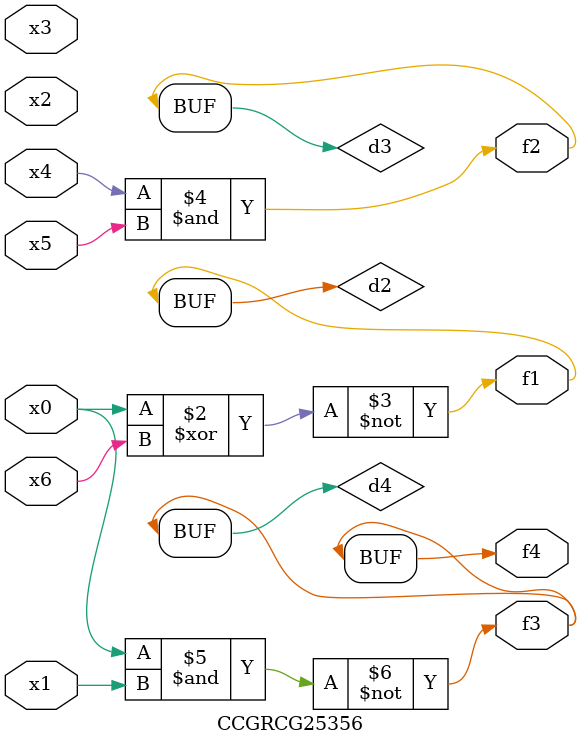
<source format=v>
module CCGRCG25356(
	input x0, x1, x2, x3, x4, x5, x6,
	output f1, f2, f3, f4
);

	wire d1, d2, d3, d4;

	nor (d1, x0);
	xnor (d2, x0, x6);
	and (d3, x4, x5);
	nand (d4, x0, x1);
	assign f1 = d2;
	assign f2 = d3;
	assign f3 = d4;
	assign f4 = d4;
endmodule

</source>
